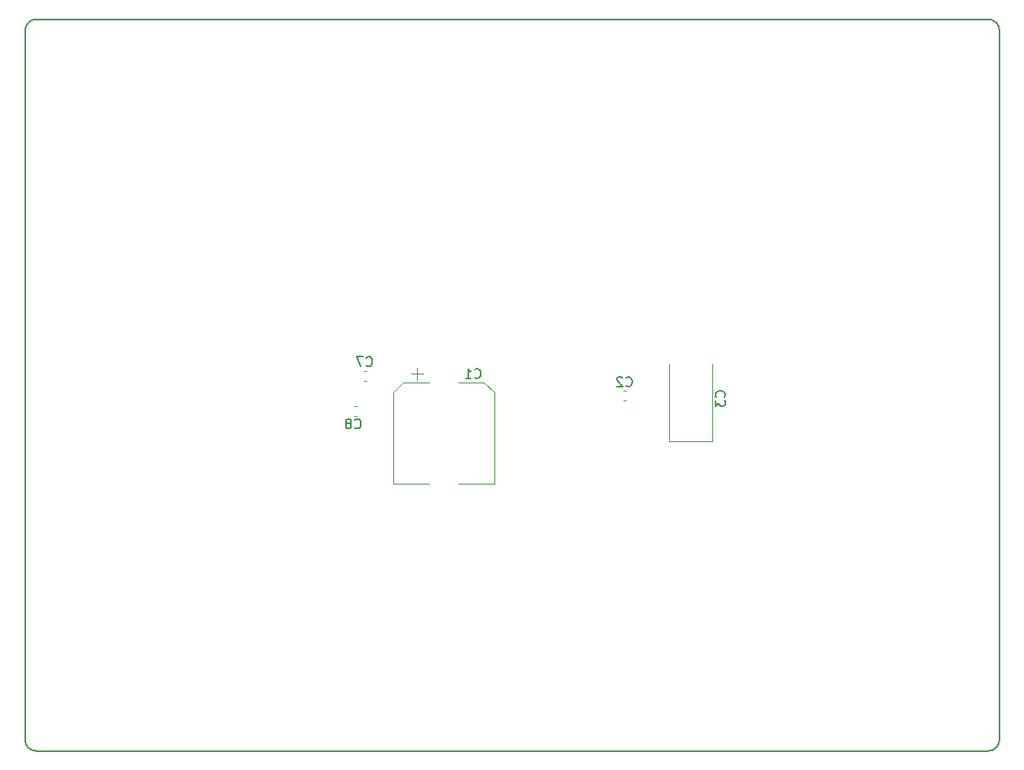
<source format=gbo>
G04 #@! TF.GenerationSoftware,KiCad,Pcbnew,(6.0.1)*
G04 #@! TF.CreationDate,2022-02-13T18:10:07-07:00*
G04 #@! TF.ProjectId,MinesRobotics_PDB,4d696e65-7352-46f6-926f-746963735f50,rev?*
G04 #@! TF.SameCoordinates,Original*
G04 #@! TF.FileFunction,Legend,Bot*
G04 #@! TF.FilePolarity,Positive*
%FSLAX46Y46*%
G04 Gerber Fmt 4.6, Leading zero omitted, Abs format (unit mm)*
G04 Created by KiCad (PCBNEW (6.0.1)) date 2022-02-13 18:10:07*
%MOMM*%
%LPD*%
G01*
G04 APERTURE LIST*
G04 #@! TA.AperFunction,Profile*
%ADD10C,0.150000*%
G04 #@! TD*
%ADD11C,0.150000*%
%ADD12C,0.120000*%
G04 APERTURE END LIST*
D10*
X181229000Y-126746000D02*
G75*
G03*
X182372000Y-125603000I0J1143000D01*
G01*
X82423000Y-50800000D02*
G75*
G03*
X81280000Y-51943000I0J-1143000D01*
G01*
X181229000Y-50800000D02*
X82423000Y-50800000D01*
X82423000Y-126746000D02*
X181229000Y-126746000D01*
X81280000Y-51943000D02*
X81280000Y-125603000D01*
X182372000Y-51943000D02*
G75*
G03*
X181229000Y-50800000I-1143000J0D01*
G01*
X81280000Y-125603000D02*
G75*
G03*
X82423000Y-126746000I1143000J0D01*
G01*
X182372000Y-125603000D02*
X182372000Y-51943000D01*
D11*
X127928666Y-87987142D02*
X127976285Y-88034761D01*
X128119142Y-88082380D01*
X128214380Y-88082380D01*
X128357238Y-88034761D01*
X128452476Y-87939523D01*
X128500095Y-87844285D01*
X128547714Y-87653809D01*
X128547714Y-87510952D01*
X128500095Y-87320476D01*
X128452476Y-87225238D01*
X128357238Y-87130000D01*
X128214380Y-87082380D01*
X128119142Y-87082380D01*
X127976285Y-87130000D01*
X127928666Y-87177619D01*
X126976285Y-88082380D02*
X127547714Y-88082380D01*
X127262000Y-88082380D02*
X127262000Y-87082380D01*
X127357238Y-87225238D01*
X127452476Y-87320476D01*
X127547714Y-87368095D01*
X153825142Y-90003333D02*
X153872761Y-89955714D01*
X153920380Y-89812857D01*
X153920380Y-89717619D01*
X153872761Y-89574761D01*
X153777523Y-89479523D01*
X153682285Y-89431904D01*
X153491809Y-89384285D01*
X153348952Y-89384285D01*
X153158476Y-89431904D01*
X153063238Y-89479523D01*
X152968000Y-89574761D01*
X152920380Y-89717619D01*
X152920380Y-89812857D01*
X152968000Y-89955714D01*
X153015619Y-90003333D01*
X152920380Y-90336666D02*
X152920380Y-90955714D01*
X153301333Y-90622380D01*
X153301333Y-90765238D01*
X153348952Y-90860476D01*
X153396571Y-90908095D01*
X153491809Y-90955714D01*
X153729904Y-90955714D01*
X153825142Y-90908095D01*
X153872761Y-90860476D01*
X153920380Y-90765238D01*
X153920380Y-90479523D01*
X153872761Y-90384285D01*
X153825142Y-90336666D01*
X116701866Y-86734942D02*
X116749485Y-86782561D01*
X116892342Y-86830180D01*
X116987580Y-86830180D01*
X117130438Y-86782561D01*
X117225676Y-86687323D01*
X117273295Y-86592085D01*
X117320914Y-86401609D01*
X117320914Y-86258752D01*
X117273295Y-86068276D01*
X117225676Y-85973038D01*
X117130438Y-85877800D01*
X116987580Y-85830180D01*
X116892342Y-85830180D01*
X116749485Y-85877800D01*
X116701866Y-85925419D01*
X116368533Y-85830180D02*
X115701866Y-85830180D01*
X116130438Y-86830180D01*
X143646666Y-88822342D02*
X143694285Y-88869961D01*
X143837142Y-88917580D01*
X143932380Y-88917580D01*
X144075238Y-88869961D01*
X144170476Y-88774723D01*
X144218095Y-88679485D01*
X144265714Y-88489009D01*
X144265714Y-88346152D01*
X144218095Y-88155676D01*
X144170476Y-88060438D01*
X144075238Y-87965200D01*
X143932380Y-87917580D01*
X143837142Y-87917580D01*
X143694285Y-87965200D01*
X143646666Y-88012819D01*
X143265714Y-88012819D02*
X143218095Y-87965200D01*
X143122857Y-87917580D01*
X142884761Y-87917580D01*
X142789523Y-87965200D01*
X142741904Y-88012819D01*
X142694285Y-88108057D01*
X142694285Y-88203295D01*
X142741904Y-88346152D01*
X143313333Y-88917580D01*
X142694285Y-88917580D01*
X115482666Y-93194142D02*
X115530285Y-93241761D01*
X115673142Y-93289380D01*
X115768380Y-93289380D01*
X115911238Y-93241761D01*
X116006476Y-93146523D01*
X116054095Y-93051285D01*
X116101714Y-92860809D01*
X116101714Y-92717952D01*
X116054095Y-92527476D01*
X116006476Y-92432238D01*
X115911238Y-92337000D01*
X115768380Y-92289380D01*
X115673142Y-92289380D01*
X115530285Y-92337000D01*
X115482666Y-92384619D01*
X114911238Y-92717952D02*
X115006476Y-92670333D01*
X115054095Y-92622714D01*
X115101714Y-92527476D01*
X115101714Y-92479857D01*
X115054095Y-92384619D01*
X115006476Y-92337000D01*
X114911238Y-92289380D01*
X114720761Y-92289380D01*
X114625523Y-92337000D01*
X114577904Y-92384619D01*
X114530285Y-92479857D01*
X114530285Y-92527476D01*
X114577904Y-92622714D01*
X114625523Y-92670333D01*
X114720761Y-92717952D01*
X114911238Y-92717952D01*
X115006476Y-92765571D01*
X115054095Y-92813190D01*
X115101714Y-92908428D01*
X115101714Y-93098904D01*
X115054095Y-93194142D01*
X115006476Y-93241761D01*
X114911238Y-93289380D01*
X114720761Y-93289380D01*
X114625523Y-93241761D01*
X114577904Y-93194142D01*
X114530285Y-93098904D01*
X114530285Y-92908428D01*
X114577904Y-92813190D01*
X114625523Y-92765571D01*
X114720761Y-92717952D01*
D12*
X120518437Y-88466000D02*
X119454000Y-89530437D01*
X129974000Y-98986000D02*
X126224000Y-98986000D01*
X128909563Y-88466000D02*
X126224000Y-88466000D01*
X121329000Y-87601000D02*
X122579000Y-87601000D01*
X128909563Y-88466000D02*
X129974000Y-89530437D01*
X121954000Y-86976000D02*
X121954000Y-88226000D01*
X120518437Y-88466000D02*
X123204000Y-88466000D01*
X119454000Y-98986000D02*
X123204000Y-98986000D01*
X119454000Y-89530437D02*
X119454000Y-98986000D01*
X129974000Y-89530437D02*
X129974000Y-98986000D01*
X152628000Y-86520000D02*
X152628000Y-94580000D01*
X152628000Y-94580000D02*
X148108000Y-94580000D01*
X148108000Y-94580000D02*
X148108000Y-86520000D01*
X116675780Y-88317800D02*
X116394620Y-88317800D01*
X116675780Y-87297800D02*
X116394620Y-87297800D01*
X143620580Y-89385200D02*
X143339420Y-89385200D01*
X143620580Y-90405200D02*
X143339420Y-90405200D01*
X115710580Y-90930000D02*
X115429420Y-90930000D01*
X115710580Y-91950000D02*
X115429420Y-91950000D01*
M02*

</source>
